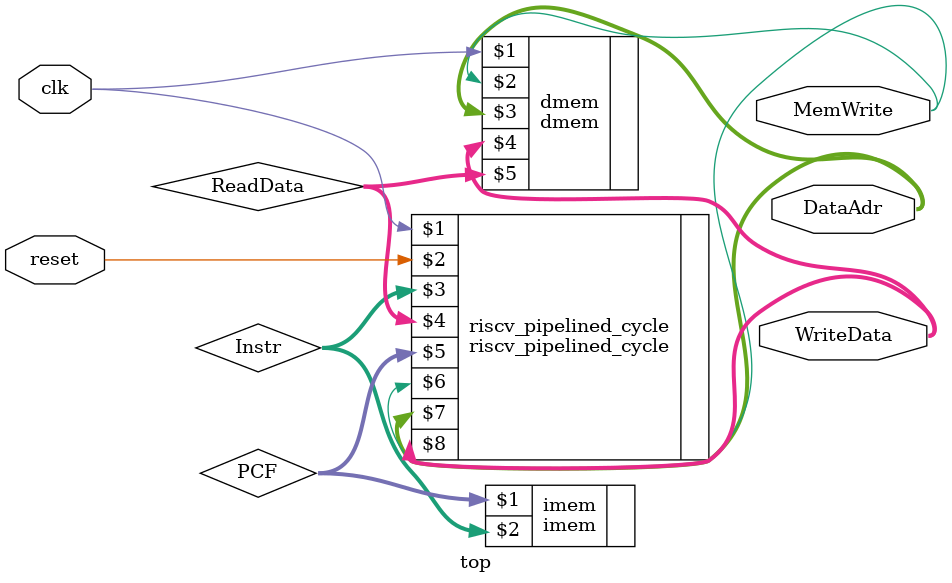
<source format=sv>
module top(input   logic              clk, reset,
                  output logic [31:0] WriteData, DataAdr,
                  output logic             MemWrite);
    logic [31:0] PCF, Instr, ReadData;
    // instantiate processor and memories
     riscv_pipelined_cycle riscv_pipelined_cycle( 
            clk, 
            reset, 
            Instr, 
            ReadData,
            PCF, 
            MemWrite,
            DataAdr,  
            WriteData
            );
    
    imem imem(PCF, Instr);
    
    dmem dmem(
        clk, 
        MemWrite, 
        DataAdr, 
        WriteData, 
        ReadData);
 endmodule
</source>
